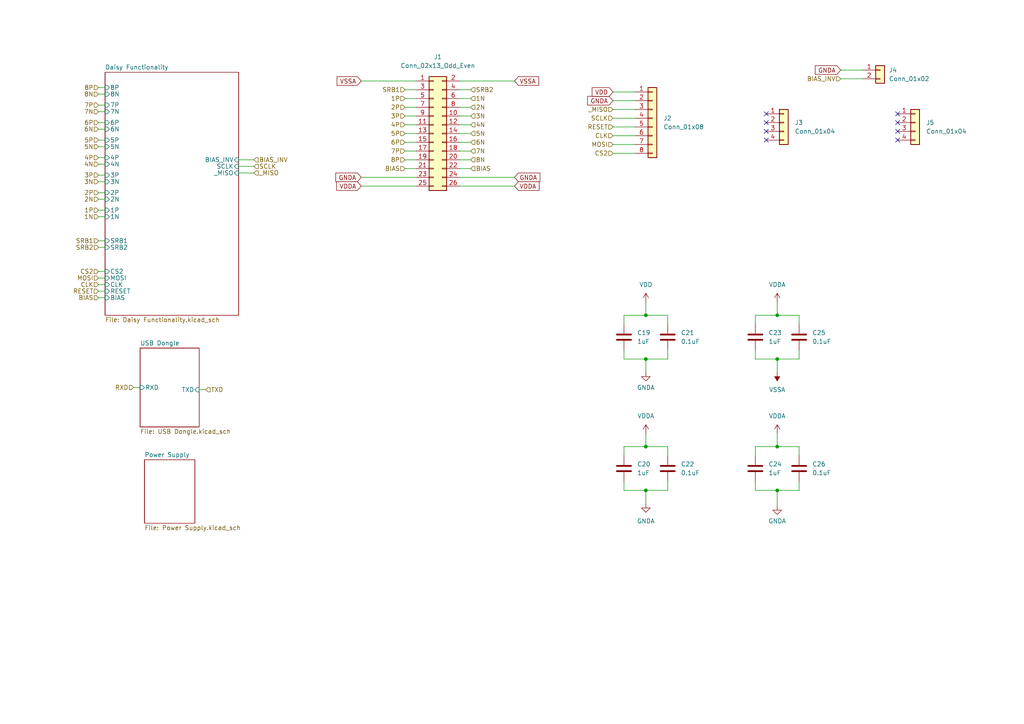
<source format=kicad_sch>
(kicad_sch (version 20211123) (generator eeschema)
  (paper "A4")
  (title_block (date "2023-01-05") (rev "A") (company "Brain-4ce"))
  (lib_symbols
    (symbol "Connector_Generic:Conn_01x02" (pin_names (offset 1.016) hide)
      (property "Reference" "J" (at 0 2.54 0))
      (property "Value" "Conn_01x02" (at 0 -5.08 0))
      (symbol "Conn_01x02_1_1"
        (rectangle (start -1.27 -2.413) (end 0 -2.667) (stroke (width 0.1524)))
        (rectangle (start -1.27 0.127) (end 0 -0.127) (stroke (width 0.1524)))
        (rectangle (start -1.27 1.27) (end 1.27 -3.81) (stroke (width 0.254)) (fill (type background)))
        (pin passive line (at -5.08 0 0) (length 3.81) (name "Pin_1") (number "1"))
        (pin passive line (at -5.08 -2.54 0) (length 3.81) (name "Pin_2") (number "2"))
      )
    )
    (symbol "Connector_Generic:Conn_01x04" (pin_names (offset 1.016) hide)
      (property "Reference" "J" (at 0 5.08 0))
      (property "Value" "Conn_01x04" (at 0 -7.62 0))
      (symbol "Conn_01x04_1_1"
        (rectangle (start -1.27 -4.953) (end 0 -5.207) (stroke (width 0.1524)))
        (rectangle (start -1.27 -2.413) (end 0 -2.667) (stroke (width 0.1524)))
        (rectangle (start -1.27 0.127) (end 0 -0.127) (stroke (width 0.1524)))
        (rectangle (start -1.27 2.667) (end 0 2.413) (stroke (width 0.1524)))
        (rectangle (start -1.27 3.81) (end 1.27 -6.35) (stroke (width 0.254)) (fill (type background)))
        (pin passive line (at -5.08 2.54 0) (length 3.81) (name "Pin_1") (number "1"))
        (pin passive line (at -5.08 0 0) (length 3.81) (name "Pin_2") (number "2"))
        (pin passive line (at -5.08 -2.54 0) (length 3.81) (name "Pin_3") (number "3"))
        (pin passive line (at -5.08 -5.08 0) (length 3.81) (name "Pin_4") (number "4"))
      )
    )
    (symbol "Connector_Generic:Conn_01x08" (pin_names (offset 1.016) hide)
      (property "Reference" "J" (at 0 10.16 0))
      (property "Value" "Conn_01x08" (at 0 -12.7 0))
      (symbol "Conn_01x08_1_1"
        (rectangle (start -1.27 -10.033) (end 0 -10.287) (stroke (width 0.1524)))
        (rectangle (start -1.27 -7.493) (end 0 -7.747) (stroke (width 0.1524)))
        (rectangle (start -1.27 -4.953) (end 0 -5.207) (stroke (width 0.1524)))
        (rectangle (start -1.27 -2.413) (end 0 -2.667) (stroke (width 0.1524)))
        (rectangle (start -1.27 0.127) (end 0 -0.127) (stroke (width 0.1524)))
        (rectangle (start -1.27 2.667) (end 0 2.413) (stroke (width 0.1524)))
        (rectangle (start -1.27 5.207) (end 0 4.953) (stroke (width 0.1524)))
        (rectangle (start -1.27 7.747) (end 0 7.493) (stroke (width 0.1524)))
        (rectangle (start -1.27 8.89) (end 1.27 -11.43) (stroke (width 0.254)) (fill (type background)))
        (pin passive line (at -5.08 7.62 0) (length 3.81) (name "Pin_1") (number "1"))
        (pin passive line (at -5.08 5.08 0) (length 3.81) (name "Pin_2") (number "2"))
        (pin passive line (at -5.08 2.54 0) (length 3.81) (name "Pin_3") (number "3"))
        (pin passive line (at -5.08 0 0) (length 3.81) (name "Pin_4") (number "4"))
        (pin passive line (at -5.08 -2.54 0) (length 3.81) (name "Pin_5") (number "5"))
        (pin passive line (at -5.08 -5.08 0) (length 3.81) (name "Pin_6") (number "6"))
        (pin passive line (at -5.08 -7.62 0) (length 3.81) (name "Pin_7") (number "7"))
        (pin passive line (at -5.08 -10.16 0) (length 3.81) (name "Pin_8") (number "8"))
      )
    )
    (symbol "Connector_Generic:Conn_02x13_Odd_Even" (pin_names (offset 1.016) hide)
      (property "Reference" "J" (at 1.27 17.78 0))
      (property "Value" "Conn_02x13_Odd_Even" (at 1.27 -17.78 0))
      (symbol "Conn_02x13_Odd_Even_1_1"
        (rectangle (start -1.27 -15.113) (end 0 -15.367) (stroke (width 0.1524)))
        (rectangle (start -1.27 -12.573) (end 0 -12.827) (stroke (width 0.1524)))
        (rectangle (start -1.27 -10.033) (end 0 -10.287) (stroke (width 0.1524)))
        (rectangle (start -1.27 -7.493) (end 0 -7.747) (stroke (width 0.1524)))
        (rectangle (start -1.27 -4.953) (end 0 -5.207) (stroke (width 0.1524)))
        (rectangle (start -1.27 -2.413) (end 0 -2.667) (stroke (width 0.1524)))
        (rectangle (start -1.27 0.127) (end 0 -0.127) (stroke (width 0.1524)))
        (rectangle (start -1.27 2.667) (end 0 2.413) (stroke (width 0.1524)))
        (rectangle (start -1.27 5.207) (end 0 4.953) (stroke (width 0.1524)))
        (rectangle (start -1.27 7.747) (end 0 7.493) (stroke (width 0.1524)))
        (rectangle (start -1.27 10.287) (end 0 10.033) (stroke (width 0.1524)))
        (rectangle (start -1.27 12.827) (end 0 12.573) (stroke (width 0.1524)))
        (rectangle (start -1.27 15.367) (end 0 15.113) (stroke (width 0.1524)))
        (rectangle (start -1.27 16.51) (end 3.81 -16.51) (stroke (width 0.254)) (fill (type background)))
        (rectangle (start 3.81 -15.113) (end 2.54 -15.367) (stroke (width 0.1524)))
        (rectangle (start 3.81 -12.573) (end 2.54 -12.827) (stroke (width 0.1524)))
        (rectangle (start 3.81 -10.033) (end 2.54 -10.287) (stroke (width 0.1524)))
        (rectangle (start 3.81 -7.493) (end 2.54 -7.747) (stroke (width 0.1524)))
        (rectangle (start 3.81 -4.953) (end 2.54 -5.207) (stroke (width 0.1524)))
        (rectangle (start 3.81 -2.413) (end 2.54 -2.667) (stroke (width 0.1524)))
        (rectangle (start 3.81 0.127) (end 2.54 -0.127) (stroke (width 0.1524)))
        (rectangle (start 3.81 2.667) (end 2.54 2.413) (stroke (width 0.1524)))
        (rectangle (start 3.81 5.207) (end 2.54 4.953) (stroke (width 0.1524)))
        (rectangle (start 3.81 7.747) (end 2.54 7.493) (stroke (width 0.1524)))
        (rectangle (start 3.81 10.287) (end 2.54 10.033) (stroke (width 0.1524)))
        (rectangle (start 3.81 12.827) (end 2.54 12.573) (stroke (width 0.1524)))
        (rectangle (start 3.81 15.367) (end 2.54 15.113) (stroke (width 0.1524)))
        (pin passive line (at -5.08 15.24 0) (length 3.81) (name "Pin_1") (number "1"))
        (pin passive line (at 7.62 5.08 180) (length 3.81) (name "Pin_10") (number "10"))
        (pin passive line (at -5.08 2.54 0) (length 3.81) (name "Pin_11") (number "11"))
        (pin passive line (at 7.62 2.54 180) (length 3.81) (name "Pin_12") (number "12"))
        (pin passive line (at -5.08 0 0) (length 3.81) (name "Pin_13") (number "13"))
        (pin passive line (at 7.62 0 180) (length 3.81) (name "Pin_14") (number "14"))
        (pin passive line (at -5.08 -2.54 0) (length 3.81) (name "Pin_15") (number "15"))
        (pin passive line (at 7.62 -2.54 180) (length 3.81) (name "Pin_16") (number "16"))
        (pin passive line (at -5.08 -5.08 0) (length 3.81) (name "Pin_17") (number "17"))
        (pin passive line (at 7.62 -5.08 180) (length 3.81) (name "Pin_18") (number "18"))
        (pin passive line (at -5.08 -7.62 0) (length 3.81) (name "Pin_19") (number "19"))
        (pin passive line (at 7.62 15.24 180) (length 3.81) (name "Pin_2") (number "2"))
        (pin passive line (at 7.62 -7.62 180) (length 3.81) (name "Pin_20") (number "20"))
        (pin passive line (at -5.08 -10.16 0) (length 3.81) (name "Pin_21") (number "21"))
        (pin passive line (at 7.62 -10.16 180) (length 3.81) (name "Pin_22") (number "22"))
        (pin passive line (at -5.08 -12.7 0) (length 3.81) (name "Pin_23") (number "23"))
        (pin passive line (at 7.62 -12.7 180) (length 3.81) (name "Pin_24") (number "24"))
        (pin passive line (at -5.08 -15.24 0) (length 3.81) (name "Pin_25") (number "25"))
        (pin passive line (at 7.62 -15.24 180) (length 3.81) (name "Pin_26") (number "26"))
        (pin passive line (at -5.08 12.7 0) (length 3.81) (name "Pin_3") (number "3"))
        (pin passive line (at 7.62 12.7 180) (length 3.81) (name "Pin_4") (number "4"))
        (pin passive line (at -5.08 10.16 0) (length 3.81) (name "Pin_5") (number "5"))
        (pin passive line (at 7.62 10.16 180) (length 3.81) (name "Pin_6") (number "6"))
        (pin passive line (at -5.08 7.62 0) (length 3.81) (name "Pin_7") (number "7"))
        (pin passive line (at 7.62 7.62 180) (length 3.81) (name "Pin_8") (number "8"))
        (pin passive line (at -5.08 5.08 0) (length 3.81) (name "Pin_9") (number "9"))
      )
    )
    (symbol "Device:C" (pin_numbers hide) (pin_names (offset 0.254))
      (property "Reference" "C" (at 0.635 2.54 0))
      (property "Value" "C" (at 0.635 -2.54 0))
      (symbol "C_0_1"
        (polyline (pts (xy -2.032 -0.762) (xy 2.032 -0.762)) (stroke (width 0.508)))
        (polyline (pts (xy -2.032 0.762) (xy 2.032 0.762)) (stroke (width 0.508)))
      )
      (symbol "C_1_1"
        (pin passive line (at 0 3.81 270) (length 2.794) (name "~") (number "1"))
        (pin passive line (at 0 -3.81 90) (length 2.794) (name "~") (number "2"))
      )
    )
    (symbol "power:GNDA" (power) (pin_names (offset 0))
      (property "Value" "GNDA" (at 0 -3.81 0))
      (symbol "GNDA_0_1"
        (polyline (pts (xy 0 0) (xy 0 -1.27) (xy 1.27 -1.27) (xy 0 -2.54) (xy -1.27 -1.27) (xy 0 -1.27)))
      )
      (symbol "GNDA_1_1"
        (pin power_in line (at 0 0 270) (length 0) hide (name "GNDA") (number "1"))
      )
    )
    (symbol "power:VDD" (power) (pin_names (offset 0))
      (property "Value" "VDD" (at 0 3.81 0))
      (symbol "VDD_0_1"
        (polyline (pts (xy -0.762 1.27) (xy 0 2.54)))
        (polyline (pts (xy 0 0) (xy 0 2.54)))
        (polyline (pts (xy 0 2.54) (xy 0.762 1.27)))
      )
      (symbol "VDD_1_1"
        (pin power_in line (at 0 0 90) (length 0) hide (name "VDD") (number "1"))
      )
    )
    (symbol "power:VDDA" (power) (pin_names (offset 0))
      (property "Value" "VDDA" (at 0 3.81 0))
      (symbol "VDDA_0_1"
        (polyline (pts (xy -0.762 1.27) (xy 0 2.54)))
        (polyline (pts (xy 0 0) (xy 0 2.54)))
        (polyline (pts (xy 0 2.54) (xy 0.762 1.27)))
      )
      (symbol "VDDA_1_1"
        (pin power_in line (at 0 0 90) (length 0) hide (name "VDDA") (number "1"))
      )
    )
    (symbol "power:VSSA" (power) (pin_names (offset 0))
      (property "Value" "VSSA" (at 0 3.81 0))
      (symbol "VSSA_0_1"
        (polyline (pts (xy 0 0) (xy 0 2.54)))
        (polyline (pts (xy 0.762 1.27) (xy -0.762 1.27) (xy 0 2.54) (xy 0.762 1.27)) (fill (type outline)))
      )
      (symbol "VSSA_1_1"
        (pin power_in line (at 0 0 90) (length 0) hide (name "VSSA") (number "1"))
      )
    )
  )
  (junction (at 225.425 129.54))
  (junction (at 187.325 104.14))
  (junction (at 225.425 104.14))
  (junction (at 225.425 142.24))
  (junction (at 225.425 91.44))
  (junction (at 187.325 91.44))
  (junction (at 187.325 129.54))
  (junction (at 187.325 142.24))
  (no_connect (at 222.25 33.02))
  (no_connect (at 222.25 35.56))
  (no_connect (at 260.35 35.56))
  (no_connect (at 260.35 33.02))
  (no_connect (at 222.25 38.1))
  (no_connect (at 222.25 40.64))
  (no_connect (at 260.35 40.64))
  (no_connect (at 260.35 38.1))
  (wire (pts (xy 180.975 142.24) (xy 187.325 142.24)))
  (wire (pts (xy 136.525 31.115) (xy 133.35 31.115)))
  (wire (pts (xy 243.84 20.32) (xy 250.19 20.32)))
  (wire (pts (xy 193.675 142.24) (xy 193.675 139.7)))
  (wire (pts (xy 225.425 104.14) (xy 231.775 104.14)))
  (wire (pts (xy 225.425 91.44) (xy 231.775 91.44)))
  (wire (pts (xy 177.8 39.37) (xy 184.15 39.37)))
  (wire (pts (xy 28.575 62.865) (xy 30.48 62.865)))
  (wire (pts (xy 219.075 104.14) (xy 225.425 104.14)))
  (wire (pts (xy 28.575 45.72) (xy 30.48 45.72)))
  (wire (pts (xy 177.8 44.45) (xy 184.15 44.45)))
  (wire (pts (xy 180.975 101.6) (xy 180.975 104.14)))
  (wire (pts (xy 180.975 139.7) (xy 180.975 142.24)))
  (wire (pts (xy 219.075 91.44) (xy 225.425 91.44)))
  (wire (pts (xy 225.425 129.54) (xy 231.775 129.54)))
  (wire (pts (xy 149.225 53.975) (xy 133.35 53.975)))
  (wire (pts (xy 120.65 51.435) (xy 104.775 51.435)))
  (wire (pts (xy 219.075 142.24) (xy 225.425 142.24)))
  (wire (pts (xy 187.325 142.24) (xy 193.675 142.24)))
  (wire (pts (xy 136.525 43.815) (xy 133.35 43.815)))
  (wire (pts (xy 231.775 142.24) (xy 231.775 139.7)))
  (wire (pts (xy 136.525 46.355) (xy 133.35 46.355)))
  (wire (pts (xy 177.8 26.67) (xy 184.15 26.67)))
  (wire (pts (xy 187.325 87.63) (xy 187.325 91.44)))
  (wire (pts (xy 180.975 91.44) (xy 187.325 91.44)))
  (wire (pts (xy 149.225 51.435) (xy 133.35 51.435)))
  (wire (pts (xy 180.975 132.08) (xy 180.975 129.54)))
  (wire (pts (xy 28.575 78.74) (xy 30.48 78.74)))
  (wire (pts (xy 117.475 38.735) (xy 120.65 38.735)))
  (wire (pts (xy 219.075 139.7) (xy 219.075 142.24)))
  (wire (pts (xy 28.575 57.785) (xy 30.48 57.785)))
  (wire (pts (xy 117.475 41.275) (xy 120.65 41.275)))
  (wire (pts (xy 57.785 113.03) (xy 59.69 113.03)))
  (wire (pts (xy 225.425 142.24) (xy 231.775 142.24)))
  (wire (pts (xy 117.475 46.355) (xy 120.65 46.355)))
  (wire (pts (xy 187.325 125.73) (xy 187.325 129.54)))
  (wire (pts (xy 117.475 36.195) (xy 120.65 36.195)))
  (wire (pts (xy 28.575 50.8) (xy 30.48 50.8)))
  (wire (pts (xy 117.475 33.655) (xy 120.65 33.655)))
  (wire (pts (xy 28.575 35.56) (xy 30.48 35.56)))
  (wire (pts (xy 117.475 26.035) (xy 120.65 26.035)))
  (wire (pts (xy 187.325 142.24) (xy 187.325 146.05)))
  (wire (pts (xy 28.575 30.48) (xy 30.48 30.48)))
  (wire (pts (xy 180.975 129.54) (xy 187.325 129.54)))
  (wire (pts (xy 219.075 101.6) (xy 219.075 104.14)))
  (wire (pts (xy 136.525 36.195) (xy 133.35 36.195)))
  (wire (pts (xy 149.225 23.495) (xy 133.35 23.495)))
  (wire (pts (xy 38.735 112.395) (xy 40.64 112.395)))
  (wire (pts (xy 219.075 93.98) (xy 219.075 91.44)))
  (wire (pts (xy 117.475 31.115) (xy 120.65 31.115)))
  (wire (pts (xy 225.425 87.63) (xy 225.425 91.44)))
  (wire (pts (xy 193.675 91.44) (xy 193.675 93.98)))
  (wire (pts (xy 180.975 93.98) (xy 180.975 91.44)))
  (wire (pts (xy 136.525 33.655) (xy 133.35 33.655)))
  (wire (pts (xy 28.575 52.705) (xy 30.48 52.705)))
  (wire (pts (xy 120.65 53.975) (xy 104.775 53.975)))
  (wire (pts (xy 117.475 48.895) (xy 120.65 48.895)))
  (wire (pts (xy 136.525 48.895) (xy 133.35 48.895)))
  (wire (pts (xy 28.575 84.455) (xy 30.48 84.455)))
  (wire (pts (xy 28.575 47.625) (xy 30.48 47.625)))
  (wire (pts (xy 187.325 91.44) (xy 193.675 91.44)))
  (wire (pts (xy 177.8 31.75) (xy 184.15 31.75)))
  (wire (pts (xy 28.575 32.385) (xy 30.48 32.385)))
  (wire (pts (xy 136.525 41.275) (xy 133.35 41.275)))
  (wire (pts (xy 193.675 129.54) (xy 193.675 132.08)))
  (wire (pts (xy 187.325 104.14) (xy 187.325 107.95)))
  (wire (pts (xy 225.425 125.73) (xy 225.425 129.54)))
  (wire (pts (xy 69.215 50.165) (xy 73.66 50.165)))
  (wire (pts (xy 177.8 29.21) (xy 184.15 29.21)))
  (wire (pts (xy 177.8 36.83) (xy 184.15 36.83)))
  (wire (pts (xy 28.575 80.645) (xy 30.48 80.645)))
  (wire (pts (xy 28.575 25.4) (xy 30.48 25.4)))
  (wire (pts (xy 136.525 26.035) (xy 133.35 26.035)))
  (wire (pts (xy 69.215 46.355) (xy 73.66 46.355)))
  (wire (pts (xy 28.575 71.755) (xy 30.48 71.755)))
  (wire (pts (xy 243.84 22.86) (xy 250.19 22.86)))
  (wire (pts (xy 28.575 40.64) (xy 30.48 40.64)))
  (wire (pts (xy 225.425 142.24) (xy 225.425 146.685)))
  (wire (pts (xy 225.425 104.14) (xy 225.425 107.95)))
  (wire (pts (xy 136.525 28.575) (xy 133.35 28.575)))
  (wire (pts (xy 231.775 91.44) (xy 231.775 93.98)))
  (wire (pts (xy 28.575 60.96) (xy 30.48 60.96)))
  (wire (pts (xy 177.8 34.29) (xy 184.15 34.29)))
  (wire (pts (xy 117.475 28.575) (xy 120.65 28.575)))
  (wire (pts (xy 187.325 129.54) (xy 193.675 129.54)))
  (wire (pts (xy 219.075 132.08) (xy 219.075 129.54)))
  (wire (pts (xy 28.575 69.85) (xy 30.48 69.85)))
  (wire (pts (xy 28.575 55.88) (xy 30.48 55.88)))
  (wire (pts (xy 28.575 42.545) (xy 30.48 42.545)))
  (wire (pts (xy 28.575 86.36) (xy 30.48 86.36)))
  (wire (pts (xy 69.215 48.26) (xy 73.66 48.26)))
  (wire (pts (xy 187.325 104.14) (xy 193.675 104.14)))
  (wire (pts (xy 193.675 104.14) (xy 193.675 101.6)))
  (wire (pts (xy 177.8 41.91) (xy 184.15 41.91)))
  (wire (pts (xy 28.575 27.305) (xy 30.48 27.305)))
  (wire (pts (xy 117.475 43.815) (xy 120.65 43.815)))
  (wire (pts (xy 219.075 129.54) (xy 225.425 129.54)))
  (wire (pts (xy 136.525 38.735) (xy 133.35 38.735)))
  (wire (pts (xy 104.775 23.495) (xy 120.65 23.495)))
  (wire (pts (xy 231.775 129.54) (xy 231.775 132.08)))
  (wire (pts (xy 231.775 104.14) (xy 231.775 101.6)))
  (wire (pts (xy 28.575 37.465) (xy 30.48 37.465)))
  (wire (pts (xy 180.975 104.14) (xy 187.325 104.14)))
  (wire (pts (xy 28.575 82.55) (xy 30.48 82.55)))
  (global_label "VSSA" (shape input) (at 149.225 23.495 0) (property "Intersheet References" "${INTERSHEET_REFS}" (effects hide)))
  (global_label "VDDA" (shape input) (at 149.225 53.975 0) (property "Intersheet References" "${INTERSHEET_REFS}" (effects hide)))
  (global_label "GNDA" (shape input) (at 149.225 51.435 0) (property "Intersheet References" "${INTERSHEET_REFS}" (effects hide)))
  (global_label "VDDA" (shape input) (at 104.775 53.975 180) (property "Intersheet References" "${INTERSHEET_REFS}" (effects hide)))
  (global_label "GNDA" (shape input) (at 104.775 51.435 180) (property "Intersheet References" "${INTERSHEET_REFS}" (effects hide)))
  (global_label "VSSA" (shape input) (at 104.775 23.495 180) (property "Intersheet References" "${INTERSHEET_REFS}" (effects hide)))
  (global_label "GNDA" (shape input) (at 177.8 29.21 180) (property "Intersheet References" "${INTERSHEET_REFS}" (effects hide)))
  (global_label "VDD" (shape input) (at 177.8 26.67 180) (property "Intersheet References" "${INTERSHEET_REFS}" (effects hide)))
  (global_label "GNDA" (shape input) (at 243.84 20.32 180) (property "Intersheet References" "${INTERSHEET_REFS}" (effects hide)))
  (hierarchical_label "RESET" (shape input) (at 28.575 84.455 180))
  (hierarchical_label "2N" (shape input) (at 136.525 31.115 0))
  (hierarchical_label "MOSI" (shape input) (at 28.575 80.645 180))
  (hierarchical_label "_MISO" (shape input) (at 73.66 50.165 0))
  (hierarchical_label "RXD" (shape input) (at 38.735 112.395 180))
  (hierarchical_label "BIAS" (shape input) (at 117.475 48.895 180))
  (hierarchical_label "8N" (shape input) (at 136.525 46.355 0))
  (hierarchical_label "7P" (shape input) (at 28.575 30.48 180))
  (hierarchical_label "1P" (shape input) (at 117.475 28.575 180))
  (hierarchical_label "6N" (shape input) (at 28.575 37.465 180))
  (hierarchical_label "SRB1" (shape input) (at 28.575 69.85 180))
  (hierarchical_label "5P" (shape input) (at 28.575 40.64 180))
  (hierarchical_label "BIAS_INV" (shape input) (at 73.66 46.355 0))
  (hierarchical_label "5N" (shape input) (at 28.575 42.545 180))
  (hierarchical_label "_MISO" (shape input) (at 177.8 31.75 180))
  (hierarchical_label "CS2" (shape input) (at 28.575 78.74 180))
  (hierarchical_label "2P" (shape input) (at 28.575 55.88 180))
  (hierarchical_label "CLK" (shape input) (at 28.575 82.55 180))
  (hierarchical_label "4P" (shape input) (at 117.475 36.195 180))
  (hierarchical_label "CS2" (shape input) (at 177.8 44.45 180))
  (hierarchical_label "1N" (shape input) (at 136.525 28.575 0))
  (hierarchical_label "6N" (shape input) (at 136.525 41.275 0))
  (hierarchical_label "6P" (shape input) (at 117.475 41.275 180))
  (hierarchical_label "1P" (shape input) (at 28.575 60.96 180))
  (hierarchical_label "BIAS_INV" (shape input) (at 243.84 22.86 180))
  (hierarchical_label "TXD" (shape input) (at 59.69 113.03 0))
  (hierarchical_label "7P" (shape input) (at 117.475 43.815 180))
  (hierarchical_label "8P" (shape input) (at 117.475 46.355 180))
  (hierarchical_label "MOSI" (shape input) (at 177.8 41.91 180))
  (hierarchical_label "5P" (shape input) (at 117.475 38.735 180))
  (hierarchical_label "CLK" (shape input) (at 177.8 39.37 180))
  (hierarchical_label "BIAS" (shape input) (at 28.575 86.36 180))
  (hierarchical_label "4N" (shape input) (at 28.575 47.625 180))
  (hierarchical_label "4P" (shape input) (at 28.575 45.72 180))
  (hierarchical_label "SCLK" (shape input) (at 73.66 48.26 0))
  (hierarchical_label "3N" (shape input) (at 136.525 33.655 0))
  (hierarchical_label "5N" (shape input) (at 136.525 38.735 0))
  (hierarchical_label "SRB2" (shape input) (at 28.575 71.755 180))
  (hierarchical_label "2N" (shape input) (at 28.575 57.785 180))
  (hierarchical_label "6P" (shape input) (at 28.575 35.56 180))
  (hierarchical_label "1N" (shape input) (at 28.575 62.865 180))
  (hierarchical_label "SCLK" (shape input) (at 177.8 34.29 180))
  (hierarchical_label "2P" (shape input) (at 117.475 31.115 180))
  (hierarchical_label "8N" (shape input) (at 28.575 27.305 180))
  (hierarchical_label "SRB2" (shape input) (at 136.525 26.035 0))
  (hierarchical_label "RESET" (shape input) (at 177.8 36.83 180))
  (hierarchical_label "BIAS" (shape input) (at 136.525 48.895 0))
  (hierarchical_label "3P" (shape input) (at 28.575 50.8 180))
  (hierarchical_label "3P" (shape input) (at 117.475 33.655 180))
  (hierarchical_label "3N" (shape input) (at 28.575 52.705 180))
  (hierarchical_label "7N" (shape input) (at 136.525 43.815 0))
  (hierarchical_label "SRB1" (shape input) (at 117.475 26.035 180))
  (hierarchical_label "7N" (shape input) (at 28.575 32.385 180))
  (hierarchical_label "4N" (shape input) (at 136.525 36.195 0))
  (hierarchical_label "8P" (shape input) (at 28.575 25.4 180))
  (symbol (lib_id "power:GNDA") (at 187.325 146.05 0) (unit 1)
    (property "Reference" "#PWR04" (effects hide))
    (property "Value" "GNDA" (at 187.325 151.13 0))
  )
  (symbol (lib_id "power:GNDA") (at 225.425 146.685 0) (unit 1)
    (property "Reference" "#PWR08" (effects hide))
    (property "Value" "GNDA" (at 225.425 151.13 0))
  )
  (symbol (lib_id "power:VDDA") (at 187.325 125.73 0) (unit 1)
    (property "Reference" "#PWR03" (effects hide))
    (property "Value" "VDDA" (at 187.325 120.65 0))
  )
  (symbol (lib_id "Connector_Generic:Conn_01x02") (at 255.27 20.32 0) (unit 1)
    (property "Reference" "J4" (at 257.81 20.3199 0) (effects (justify left)))
    (property "Value" "Conn_01x02" (at 257.81 22.8599 0) (effects (justify left)))
    (property "Footprint" "Connector_PinSocket_2.54mm:PinSocket_1x02_P2.54mm_Vertical" (effects hide))
  )
  (symbol (lib_id "power:VDD") (at 187.325 87.63 0) (unit 1)
    (property "Reference" "#PWR01" (effects hide))
    (property "Value" "VDD" (at 187.325 82.55 0))
  )
  (symbol (lib_id "Device:C") (at 193.675 135.89 0) (unit 1)
    (property "Reference" "C22" (at 197.485 134.6199 0) (effects (justify left)))
    (property "Value" "0.1uF" (at 197.485 137.1599 0) (effects (justify left)))
    (property "Footprint" "Capacitor_SMD:C_0402_1005Metric" (effects hide))
  )
  (symbol (lib_id "Connector_Generic:Conn_01x08") (at 189.23 34.29 0) (unit 1)
    (property "Reference" "J2" (at 192.405 34.2899 0) (effects (justify left)))
    (property "Value" "Conn_01x08" (at 192.405 36.8299 0) (effects (justify left)))
    (property "Footprint" "Connector_PinSocket_2.54mm:PinSocket_1x08_P2.54mm_Vertical" (effects hide))
  )
  (symbol (lib_id "Device:C") (at 231.775 135.89 0) (unit 1)
    (property "Reference" "C26" (at 235.585 134.6199 0) (effects (justify left)))
    (property "Value" "0.1uF" (at 235.585 137.1599 0) (effects (justify left)))
    (property "Footprint" "Capacitor_SMD:C_0402_1005Metric" (effects hide))
  )
  (symbol (lib_id "power:GNDA") (at 187.325 107.95 0) (unit 1)
    (property "Reference" "#PWR02" (effects hide))
    (property "Value" "GNDA" (at 187.325 112.395 0))
  )
  (symbol (lib_id "Device:C") (at 219.075 97.79 0) (unit 1)
    (property "Reference" "C23" (at 222.885 96.5199 0) (effects (justify left)))
    (property "Value" "1uF" (at 222.885 99.0599 0) (effects (justify left)))
    (property "Footprint" "Capacitor_SMD:C_0402_1005Metric" (effects hide))
  )
  (symbol (lib_id "Device:C") (at 193.675 97.79 0) (unit 1)
    (property "Reference" "C21" (at 197.485 96.5199 0) (effects (justify left)))
    (property "Value" "0.1uF" (at 197.485 99.0599 0) (effects (justify left)))
    (property "Footprint" "Capacitor_SMD:C_0402_1005Metric" (effects hide))
  )
  (symbol (lib_id "power:VDDA") (at 225.425 87.63 0) (unit 1)
    (property "Reference" "#PWR05" (effects hide))
    (property "Value" "VDDA" (at 225.425 82.55 0))
  )
  (symbol (lib_id "power:VDDA") (at 225.425 125.73 0) (unit 1)
    (property "Reference" "#PWR07" (effects hide))
    (property "Value" "VDDA" (at 225.425 120.65 0))
  )
  (symbol (lib_id "Device:C") (at 180.975 97.79 0) (unit 1)
    (property "Reference" "C19" (at 184.785 96.5199 0) (effects (justify left)))
    (property "Value" "1uF" (at 184.785 99.0599 0) (effects (justify left)))
    (property "Footprint" "Capacitor_SMD:C_0402_1005Metric" (effects hide))
  )
  (symbol (lib_id "Connector_Generic:Conn_02x13_Odd_Even") (at 125.73 38.735 0) (unit 1)
    (property "Reference" "J1" (at 127 16.51 0))
    (property "Value" "Conn_02x13_Odd_Even" (at 127 19.05 0))
    (property "Footprint" "Connector_PinHeader_2.54mm:PinHeader_2x13_P2.54mm_Horizontal" (effects hide))
  )
  (symbol (lib_id "Device:C") (at 219.075 135.89 0) (unit 1)
    (property "Reference" "C24" (at 222.885 134.6199 0) (effects (justify left)))
    (property "Value" "1uF" (at 222.885 137.1599 0) (effects (justify left)))
    (property "Footprint" "Capacitor_SMD:C_0402_1005Metric" (effects hide))
  )
  (symbol (lib_id "power:VSSA") (at 225.425 107.95 180) (unit 1)
    (property "Reference" "#PWR06" (effects hide))
    (property "Value" "VSSA" (at 225.425 113.03 0))
  )
  (symbol (lib_id "Device:C") (at 231.775 97.79 0) (unit 1)
    (property "Reference" "C25" (at 235.585 96.5199 0) (effects (justify left)))
    (property "Value" "0.1uF" (at 235.585 99.0599 0) (effects (justify left)))
    (property "Footprint" "Capacitor_SMD:C_0402_1005Metric" (effects hide))
  )
  (symbol (lib_id "Device:C") (at 180.975 135.89 0) (unit 1)
    (property "Reference" "C20" (at 184.785 134.6199 0) (effects (justify left)))
    (property "Value" "1uF" (at 184.785 137.1599 0) (effects (justify left)))
    (property "Footprint" "Capacitor_SMD:C_0402_1005Metric" (effects hide))
  )
  (symbol (lib_id "Connector_Generic:Conn_01x04") (at 265.43 35.56 0) (unit 1)
    (property "Reference" "J5" (at 268.605 35.5599 0) (effects (justify left)))
    (property "Value" "Conn_01x04" (at 268.605 38.0999 0) (effects (justify left)))
    (property "Footprint" "Connector_PinSocket_2.54mm:PinSocket_1x04_P2.54mm_Vertical" (effects hide))
  )
  (symbol (lib_id "Connector_Generic:Conn_01x04") (at 227.33 35.56 0) (unit 1)
    (property "Reference" "J3" (at 230.505 35.5599 0) (effects (justify left)))
    (property "Value" "Conn_01x04" (at 230.505 38.0999 0) (effects (justify left)))
    (property "Footprint" "Connector_PinSocket_2.54mm:PinSocket_1x04_P2.54mm_Vertical" (effects hide))
  )
  (sheet (at 30.48 20.955) (size 38.735 70.485) (stroke (width 0.1524))
    (property "Sheet name" "Daisy Functionality" (at 30.48 20.2434 0) (effects (justify left bottom)))
    (property "Sheet file" "Daisy Functionality.kicad_sch" (at 30.48 92.0246 0) (effects (justify left top)))
    (pin "BIAS" input (at 30.48 86.36 180))
    (pin "5N" input (at 30.48 42.545 180))
    (pin "7N" input (at 30.48 32.385 180))
    (pin "6N" input (at 30.48 37.465 180))
    (pin "7P" input (at 30.48 30.48 180))
    (pin "6P" input (at 30.48 35.56 180))
    (pin "4N" input (at 30.48 47.625 180))
    (pin "5P" input (at 30.48 40.64 180))
    (pin "8N" input (at 30.48 27.305 180))
    (pin "8P" input (at 30.48 25.4 180))
    (pin "3N" input (at 30.48 52.705 180))
    (pin "1P" input (at 30.48 60.96 180))
    (pin "SRB2" input (at 30.48 71.755 180))
    (pin "1N" input (at 30.48 62.865 180))
    (pin "2N" input (at 30.48 57.785 180))
    (pin "SRB1" input (at 30.48 69.85 180))
    (pin "2P" input (at 30.48 55.88 180))
    (pin "3P" input (at 30.48 50.8 180))
    (pin "4P" input (at 30.48 45.72 180))
    (pin "BIAS_INV" input (at 69.215 46.355 0))
    (pin "MOSI" input (at 30.48 80.645 180))
    (pin "SCLK" input (at 69.215 48.26 0))
    (pin "CS2" input (at 30.48 78.74 180))
    (pin "_MISO" input (at 69.215 50.165 0))
    (pin "CLK" input (at 30.48 82.55 180))
    (pin "RESET" input (at 30.48 84.455 180))
  )
  (sheet (at 41.91 133.35) (size 14.605 18.415) (stroke (width 0.1524))
    (property "Sheet name" "Power Supply" (at 41.91 132.6384 0) (effects (justify left bottom)))
    (property "Sheet file" "Power Supply.kicad_sch" (at 41.91 152.3496 0) (effects (justify left top)))
  )
  (sheet (at 40.64 100.965) (size 17.145 22.86) (stroke (width 0.1524))
    (property "Sheet name" "USB Dongle" (at 40.64 100.2534 0) (effects (justify left bottom)))
    (property "Sheet file" "USB Dongle.kicad_sch" (at 40.64 124.4096 0) (effects (justify left top)))
    (pin "TXD" input (at 57.785 113.03 0))
    (pin "RXD" input (at 40.64 112.395 180))
  )
)
</source>
